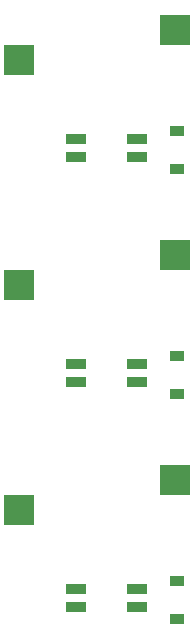
<source format=gbp>
G04 EAGLE Gerber RS-274X export*
G75*
%MOMM*%
%FSLAX34Y34*%
%LPD*%
%INSolderpaste Bottom*%
%IPPOS*%
%AMOC8*
5,1,8,0,0,1.08239X$1,22.5*%
G01*
G04 Define Apertures*
%ADD10R,1.220000X0.910000*%
%ADD11R,2.500000X2.550000*%
%ADD12R,1.800000X0.820000*%
D10*
X60000Y123650D03*
X60000Y156350D03*
X60000Y-66850D03*
X60000Y-34150D03*
X60000Y-257350D03*
X60000Y-224650D03*
D11*
X-73600Y215900D03*
X58400Y241300D03*
X-73600Y25400D03*
X58400Y50800D03*
X-73600Y-165100D03*
X58400Y-139700D03*
D12*
X25899Y149000D03*
X25899Y134000D03*
X-26101Y134000D03*
X-26101Y149000D03*
X25899Y-41500D03*
X25899Y-56500D03*
X-26101Y-56500D03*
X-26101Y-41500D03*
X25899Y-232000D03*
X25899Y-247000D03*
X-26101Y-247000D03*
X-26101Y-232000D03*
M02*

</source>
